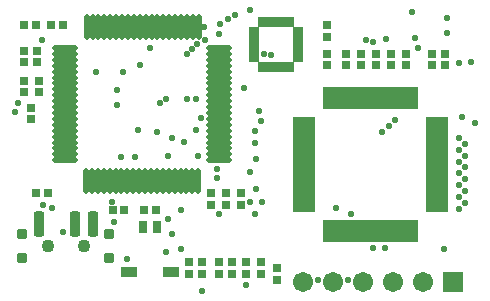
<source format=gts>
G04 Layer_Color=8388736*
%FSLAX25Y25*%
%MOIN*%
G70*
G01*
G75*
%ADD44R,0.03162X0.02769*%
%ADD45O,0.08674X0.01784*%
%ADD46O,0.01784X0.08674*%
%ADD47R,0.02000X0.03600*%
%ADD48R,0.03600X0.02000*%
%ADD49R,0.01900X0.07350*%
%ADD50R,0.07350X0.01900*%
G04:AMPARAMS|DCode=51|XSize=35.56mil|YSize=86.74mil|CornerRadius=10.89mil|HoleSize=0mil|Usage=FLASHONLY|Rotation=0.000|XOffset=0mil|YOffset=0mil|HoleType=Round|Shape=RoundedRectangle|*
%AMROUNDEDRECTD51*
21,1,0.03556,0.06496,0,0,0.0*
21,1,0.01378,0.08674,0,0,0.0*
1,1,0.02178,0.00689,-0.03248*
1,1,0.02178,-0.00689,-0.03248*
1,1,0.02178,-0.00689,0.03248*
1,1,0.02178,0.00689,0.03248*
%
%ADD51ROUNDEDRECTD51*%
G04:AMPARAMS|DCode=52|XSize=35.56mil|YSize=35.56mil|CornerRadius=10.89mil|HoleSize=0mil|Usage=FLASHONLY|Rotation=0.000|XOffset=0mil|YOffset=0mil|HoleType=Round|Shape=RoundedRectangle|*
%AMROUNDEDRECTD52*
21,1,0.03556,0.01378,0,0,0.0*
21,1,0.01378,0.03556,0,0,0.0*
1,1,0.02178,0.00689,-0.00689*
1,1,0.02178,-0.00689,-0.00689*
1,1,0.02178,-0.00689,0.00689*
1,1,0.02178,0.00689,0.00689*
%
%ADD52ROUNDEDRECTD52*%
%ADD53R,0.02769X0.03162*%
%ADD54R,0.05354X0.03780*%
%ADD55R,0.02992X0.03976*%
%ADD56C,0.06706*%
%ADD57R,0.06706X0.06706*%
%ADD58C,0.02200*%
%ADD59C,0.04343*%
D44*
X258968Y297000D02*
D03*
X255031D02*
D03*
X255000Y353000D02*
D03*
X251063D02*
D03*
X280532Y291500D02*
D03*
X284469D02*
D03*
X291032D02*
D03*
X294969D02*
D03*
X264000Y353000D02*
D03*
X260063D02*
D03*
D45*
X264787Y307921D02*
D03*
Y309890D02*
D03*
Y311858D02*
D03*
Y313827D02*
D03*
Y315795D02*
D03*
Y317764D02*
D03*
Y319732D02*
D03*
Y321701D02*
D03*
Y323669D02*
D03*
Y325638D02*
D03*
Y327606D02*
D03*
Y329575D02*
D03*
Y331543D02*
D03*
Y333512D02*
D03*
Y335480D02*
D03*
Y337449D02*
D03*
Y339417D02*
D03*
Y341386D02*
D03*
Y343354D02*
D03*
Y345323D02*
D03*
X315968Y345323D02*
D03*
Y343354D02*
D03*
Y341386D02*
D03*
Y339417D02*
D03*
Y337449D02*
D03*
Y335480D02*
D03*
Y333512D02*
D03*
Y331543D02*
D03*
Y329575D02*
D03*
Y327606D02*
D03*
Y325638D02*
D03*
Y323669D02*
D03*
Y321701D02*
D03*
Y319732D02*
D03*
Y317764D02*
D03*
Y315795D02*
D03*
Y313827D02*
D03*
Y311858D02*
D03*
Y309890D02*
D03*
Y307921D02*
D03*
D46*
X271874Y352213D02*
D03*
X273843D02*
D03*
X275811D02*
D03*
X277780D02*
D03*
X279748D02*
D03*
X281716D02*
D03*
X283685D02*
D03*
X285653D02*
D03*
X287622D02*
D03*
X289591D02*
D03*
X291559D02*
D03*
X293528D02*
D03*
X295496D02*
D03*
X297465D02*
D03*
X299433D02*
D03*
X301402D02*
D03*
X303370D02*
D03*
X305339D02*
D03*
X307307D02*
D03*
X309276D02*
D03*
X309079Y301031D02*
D03*
X307110D02*
D03*
X305142D02*
D03*
X303173D02*
D03*
X301205D02*
D03*
X299236D02*
D03*
X297268D02*
D03*
X295299D02*
D03*
X293331D02*
D03*
X291362D02*
D03*
X289394D02*
D03*
X287425D02*
D03*
X285457D02*
D03*
X283488D02*
D03*
X281520D02*
D03*
X279551D02*
D03*
X277583D02*
D03*
X275614D02*
D03*
X273646D02*
D03*
X271677D02*
D03*
D47*
X339930Y339141D02*
D03*
X337962D02*
D03*
X335993D02*
D03*
X334009D02*
D03*
X332009D02*
D03*
X330009D02*
D03*
Y353922D02*
D03*
X332009D02*
D03*
X334009D02*
D03*
X335993D02*
D03*
X337962D02*
D03*
X339930D02*
D03*
D48*
X327609Y341541D02*
D03*
Y343541D02*
D03*
Y345541D02*
D03*
Y347525D02*
D03*
Y349493D02*
D03*
Y351462D02*
D03*
X342391D02*
D03*
Y349493D02*
D03*
Y347525D02*
D03*
Y345541D02*
D03*
Y343541D02*
D03*
Y341541D02*
D03*
D49*
X381264Y284375D02*
D03*
X379295D02*
D03*
X377327D02*
D03*
X375358D02*
D03*
X373390D02*
D03*
X371421D02*
D03*
X369453D02*
D03*
X367484D02*
D03*
X365516D02*
D03*
X363547D02*
D03*
X361579D02*
D03*
X359610D02*
D03*
X357642D02*
D03*
X355673D02*
D03*
X353705D02*
D03*
X351736D02*
D03*
Y328625D02*
D03*
X353705D02*
D03*
X355673D02*
D03*
X357642D02*
D03*
X359610D02*
D03*
X361579D02*
D03*
X363547D02*
D03*
X365516D02*
D03*
X367484D02*
D03*
X369453D02*
D03*
X371421D02*
D03*
X373390D02*
D03*
X375358D02*
D03*
X377327D02*
D03*
X379295D02*
D03*
X381264D02*
D03*
D50*
X344375Y291736D02*
D03*
Y293705D02*
D03*
Y295673D02*
D03*
Y297642D02*
D03*
Y299610D02*
D03*
Y301579D02*
D03*
Y303547D02*
D03*
Y305516D02*
D03*
Y307484D02*
D03*
Y309453D02*
D03*
Y311421D02*
D03*
Y313390D02*
D03*
Y315358D02*
D03*
Y317327D02*
D03*
Y319295D02*
D03*
Y321264D02*
D03*
X388625D02*
D03*
Y319295D02*
D03*
Y317327D02*
D03*
Y315358D02*
D03*
Y313390D02*
D03*
Y311421D02*
D03*
Y309453D02*
D03*
Y307484D02*
D03*
Y305516D02*
D03*
Y303547D02*
D03*
Y301579D02*
D03*
Y299610D02*
D03*
Y297642D02*
D03*
Y295673D02*
D03*
Y293705D02*
D03*
Y291736D02*
D03*
D51*
X268000Y286524D02*
D03*
X274000D02*
D03*
X256000D02*
D03*
D52*
X250500Y275500D02*
D03*
Y283500D02*
D03*
X279500D02*
D03*
Y275500D02*
D03*
D53*
X330000Y273969D02*
D03*
Y270031D02*
D03*
X320500Y273969D02*
D03*
Y270031D02*
D03*
X325000Y273969D02*
D03*
Y270031D02*
D03*
X251000Y340531D02*
D03*
Y344468D02*
D03*
X255500Y340531D02*
D03*
Y344468D02*
D03*
X352000Y339563D02*
D03*
Y343500D02*
D03*
X352000Y353000D02*
D03*
Y349063D02*
D03*
X363500Y339531D02*
D03*
Y343468D02*
D03*
X358500Y339531D02*
D03*
Y343468D02*
D03*
X306000Y273969D02*
D03*
Y270031D02*
D03*
X310500Y273969D02*
D03*
Y270031D02*
D03*
X368500Y339531D02*
D03*
Y343468D02*
D03*
X378500Y343468D02*
D03*
Y339531D02*
D03*
X373500Y343468D02*
D03*
Y339531D02*
D03*
X335500Y271969D02*
D03*
Y268032D02*
D03*
X316000Y270031D02*
D03*
Y273969D02*
D03*
X387000Y343468D02*
D03*
Y339531D02*
D03*
X391500Y343468D02*
D03*
Y339531D02*
D03*
X253500Y321532D02*
D03*
Y325468D02*
D03*
X256000Y330532D02*
D03*
Y334469D02*
D03*
X251000Y334469D02*
D03*
Y330532D02*
D03*
X313500Y296969D02*
D03*
Y293032D02*
D03*
X323500Y296969D02*
D03*
Y293032D02*
D03*
X318500Y296969D02*
D03*
Y293032D02*
D03*
D54*
X299890Y270717D02*
D03*
X286110D02*
D03*
D55*
X295362Y285579D02*
D03*
X290638D02*
D03*
D56*
X344000Y267500D02*
D03*
X354000D02*
D03*
X364000D02*
D03*
X374000D02*
D03*
X384000D02*
D03*
D57*
X394000D02*
D03*
D58*
X289591Y339591D02*
D03*
X305500Y328500D02*
D03*
X298500D02*
D03*
X296500Y327000D02*
D03*
X308500Y328500D02*
D03*
X282000Y326500D02*
D03*
Y331500D02*
D03*
X295500Y317500D02*
D03*
X284000Y337500D02*
D03*
X274949Y337449D02*
D03*
X300500Y315500D02*
D03*
X304500Y314000D02*
D03*
X289000Y318000D02*
D03*
X299000Y288500D02*
D03*
Y309500D02*
D03*
X309000D02*
D03*
X303500Y278500D02*
D03*
Y291500D02*
D03*
X328000Y290000D02*
D03*
X370173Y317327D02*
D03*
X372705Y319295D02*
D03*
X374736Y321264D02*
D03*
X396000Y291736D02*
D03*
Y295673D02*
D03*
X398000Y293705D02*
D03*
Y297642D02*
D03*
X395890Y299610D02*
D03*
X397921Y301579D02*
D03*
X395953Y303547D02*
D03*
X397984Y305516D02*
D03*
X395984Y307484D02*
D03*
X397953Y309453D02*
D03*
X395921Y311421D02*
D03*
X397890Y313390D02*
D03*
X396000Y315358D02*
D03*
X308500Y318000D02*
D03*
X310000Y322000D02*
D03*
X355000Y292000D02*
D03*
X328500Y308500D02*
D03*
Y298500D02*
D03*
X331000Y343500D02*
D03*
X333500Y343000D02*
D03*
X315500Y305000D02*
D03*
Y302000D02*
D03*
X329500Y324500D02*
D03*
X330000Y321000D02*
D03*
X328000Y317764D02*
D03*
Y313827D02*
D03*
X311000Y352213D02*
D03*
X305500Y343500D02*
D03*
X307000Y345000D02*
D03*
X308750Y346750D02*
D03*
X365000Y348000D02*
D03*
X392000Y350500D02*
D03*
X283500Y309000D02*
D03*
X316500Y353500D02*
D03*
X319000Y355000D02*
D03*
X288000Y309000D02*
D03*
X311500Y348000D02*
D03*
X249000Y327000D02*
D03*
X321500Y356500D02*
D03*
X326500Y358000D02*
D03*
X248000Y324000D02*
D03*
X316000Y350000D02*
D03*
X381500Y348532D02*
D03*
X371831Y348331D02*
D03*
X264000Y284020D02*
D03*
X310500Y264500D02*
D03*
X325000Y266500D02*
D03*
X397000Y322500D02*
D03*
X396000Y340500D02*
D03*
X399969Y340531D02*
D03*
X401500Y320500D02*
D03*
X367500Y347500D02*
D03*
X382500Y345500D02*
D03*
X392000Y355500D02*
D03*
X257000Y348000D02*
D03*
X293000Y345500D02*
D03*
X330500Y294000D02*
D03*
X326500Y304000D02*
D03*
X371421Y278579D02*
D03*
X360000Y290000D02*
D03*
X367484Y278516D02*
D03*
X359000Y268000D02*
D03*
X300500Y283500D02*
D03*
X298500Y277500D02*
D03*
X285500Y275000D02*
D03*
X281000Y287500D02*
D03*
X280500Y294000D02*
D03*
X316000Y290000D02*
D03*
X326500Y294000D02*
D03*
X349000Y268000D02*
D03*
X380500Y357500D02*
D03*
X391000Y278500D02*
D03*
X257500Y293000D02*
D03*
X260500Y292000D02*
D03*
X324500Y332000D02*
D03*
D59*
X259000Y279500D02*
D03*
X271000D02*
D03*
M02*

</source>
